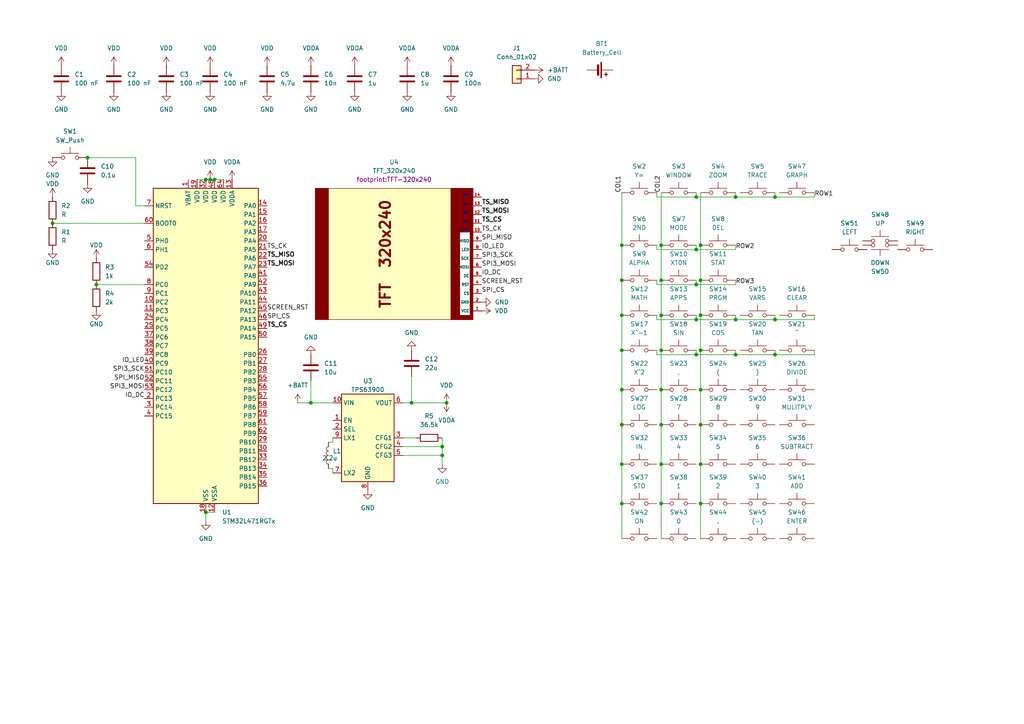
<source format=kicad_sch>
(kicad_sch (version 20231120) (generator "eeschema") (generator_version "8.0")
  (paper "A4")
  (lib_symbols
    (symbol "Connector_Generic:Conn_01x02" (pin_names (offset 1.016) hide)
      (property "Reference" "J" (at 0 2.54 0))
      (property "Value" "Conn_01x02" (at 0 -5.08 0))
      (symbol "Conn_01x02_1_1"
        (rectangle (start -1.27 -2.413) (end 0 -2.667) (stroke (width 0.1524)))
        (rectangle (start -1.27 0.127) (end 0 -0.127) (stroke (width 0.1524)))
        (rectangle (start -1.27 1.27) (end 1.27 -3.81) (stroke (width 0.254)) (fill (type background)))
        (pin passive line (at -5.08 0 0) (length 3.81) (name "Pin_1") (number "1"))
        (pin passive line (at -5.08 -2.54 0) (length 3.81) (name "Pin_2") (number "2"))
      )
    )
    (symbol "Device:Battery_Cell" (pin_numbers hide) (pin_names (offset 0) hide)
      (property "Reference" "BT" (at 2.54 2.54 0))
      (property "Value" "Battery_Cell" (at 2.54 0 0))
      (symbol "Battery_Cell_0_1"
        (rectangle (start -2.286 1.778) (end 2.286 1.524) (fill (type outline)))
        (rectangle (start -1.524 1.016) (end 1.524 0.508) (fill (type outline)))
        (polyline (pts (xy 0 0.762) (xy 0 0)))
        (polyline (pts (xy 0 1.778) (xy 0 2.54)))
        (polyline (pts (xy 0.762 3.048) (xy 1.778 3.048)) (stroke (width 0.254)))
        (polyline (pts (xy 1.27 3.556) (xy 1.27 2.54)) (stroke (width 0.254)))
      )
      (symbol "Battery_Cell_1_1"
        (pin passive line (at 0 5.08 270) (length 2.54) (name "+") (number "1"))
        (pin passive line (at 0 -2.54 90) (length 2.54) (name "-") (number "2"))
      )
    )
    (symbol "Device:C" (pin_numbers hide) (pin_names (offset 0.254))
      (property "Reference" "C" (at 0.635 2.54 0))
      (property "Value" "C" (at 0.635 -2.54 0))
      (symbol "C_0_1"
        (polyline (pts (xy -2.032 -0.762) (xy 2.032 -0.762)) (stroke (width 0.508)))
        (polyline (pts (xy -2.032 0.762) (xy 2.032 0.762)) (stroke (width 0.508)))
      )
      (symbol "C_1_1"
        (pin passive line (at 0 3.81 270) (length 2.794) (name "~") (number "1"))
        (pin passive line (at 0 -3.81 90) (length 2.794) (name "~") (number "2"))
      )
    )
    (symbol "Device:L" (pin_numbers hide) (pin_names (offset 1.016) hide)
      (property "Reference" "L" (at -1.27 0 90))
      (property "Value" "L" (at 1.905 0 90))
      (symbol "L_0_1"
        (arc (start 0 -2.54) (mid 0.6323 -1.905) (end 0 -1.27))
        (arc (start 0 -1.27) (mid 0.6323 -0.635) (end 0 0))
        (arc (start 0 0) (mid 0.6323 0.635) (end 0 1.27))
        (arc (start 0 1.27) (mid 0.6323 1.905) (end 0 2.54))
      )
      (symbol "L_1_1"
        (pin passive line (at 0 3.81 270) (length 1.27) (name "1") (number "1"))
        (pin passive line (at 0 -3.81 90) (length 1.27) (name "2") (number "2"))
      )
    )
    (symbol "Device:R" (pin_numbers hide) (pin_names (offset 0))
      (property "Reference" "R" (at 2.032 0 90))
      (property "Value" "R" (at 0 0 90))
      (symbol "R_0_1"
        (rectangle (start -1.016 -2.54) (end 1.016 2.54) (stroke (width 0.254)))
      )
      (symbol "R_1_1"
        (pin passive line (at 0 3.81 270) (length 1.27) (name "~") (number "1"))
        (pin passive line (at 0 -3.81 90) (length 1.27) (name "~") (number "2"))
      )
    )
    (symbol "MCU_ST_STM32L4:STM32L471RGTx"
      (property "Reference" "U" (at -15.24 46.99 0))
      (property "Value" "STM32L471RGTx" (at 10.16 46.99 0))
      (symbol "STM32L471RGTx_0_1"
        (rectangle (start -15.24 -45.72) (end 15.24 45.72) (stroke (width 0.254)) (fill (type background)))
      )
      (symbol "STM32L471RGTx_1_1"
        (pin power_in line (at -5.08 48.26 270) (length 2.54) (name "VBAT") (number "1"))
        (pin bidirectional line (at -17.78 12.7 0) (length 2.54) (name "PC2") (number "10"))
        (pin bidirectional line (at -17.78 10.16 0) (length 2.54) (name "PC3") (number "11"))
        (pin power_in line (at 2.54 -48.26 90) (length 2.54) (name "VSSA") (number "12"))
        (pin power_in line (at 7.62 48.26 270) (length 2.54) (name "VDDA") (number "13"))
        (pin bidirectional line (at 17.78 40.64 180) (length 2.54) (name "PA0") (number "14"))
        (pin bidirectional line (at 17.78 38.1 180) (length 2.54) (name "PA1") (number "15"))
        (pin bidirectional line (at 17.78 35.56 180) (length 2.54) (name "PA2") (number "16"))
        (pin bidirectional line (at 17.78 33.02 180) (length 2.54) (name "PA3") (number "17"))
        (pin power_in line (at 0 -48.26 90) (length 2.54) (name "VSS") (number "18"))
        (pin power_in line (at -2.54 48.26 270) (length 2.54) (name "VDD") (number "19"))
        (pin bidirectional line (at -17.78 -15.24 0) (length 2.54) (name "PC13") (number "2"))
        (pin bidirectional line (at 17.78 30.48 180) (length 2.54) (name "PA4") (number "20"))
        (pin bidirectional line (at 17.78 27.94 180) (length 2.54) (name "PA5") (number "21"))
        (pin bidirectional line (at 17.78 25.4 180) (length 2.54) (name "PA6") (number "22"))
        (pin bidirectional line (at 17.78 22.86 180) (length 2.54) (name "PA7") (number "23"))
        (pin bidirectional line (at -17.78 7.62 0) (length 2.54) (name "PC4") (number "24"))
        (pin bidirectional line (at -17.78 5.08 0) (length 2.54) (name "PC5") (number "25"))
        (pin bidirectional line (at 17.78 -2.54 180) (length 2.54) (name "PB0") (number "26"))
        (pin bidirectional line (at 17.78 -5.08 180) (length 2.54) (name "PB1") (number "27"))
        (pin bidirectional line (at 17.78 -7.62 180) (length 2.54) (name "PB2") (number "28"))
        (pin bidirectional line (at 17.78 -27.94 180) (length 2.54) (name "PB10") (number "29"))
        (pin bidirectional line (at -17.78 -17.78 0) (length 2.54) (name "PC14") (number "3"))
        (pin bidirectional line (at 17.78 -30.48 180) (length 2.54) (name "PB11") (number "30"))
        (pin passive line (at 0 -48.26 90) (length 2.54) hide (name "VSS") (number "31"))
        (pin power_in line (at 0 48.26 270) (length 2.54) (name "VDD") (number "32"))
        (pin bidirectional line (at 17.78 -33.02 180) (length 2.54) (name "PB12") (number "33"))
        (pin bidirectional line (at 17.78 -35.56 180) (length 2.54) (name "PB13") (number "34"))
        (pin bidirectional line (at 17.78 -38.1 180) (length 2.54) (name "PB14") (number "35"))
        (pin bidirectional line (at 17.78 -40.64 180) (length 2.54) (name "PB15") (number "36"))
        (pin bidirectional line (at -17.78 2.54 0) (length 2.54) (name "PC6") (number "37"))
        (pin bidirectional line (at -17.78 0 0) (length 2.54) (name "PC7") (number "38"))
        (pin bidirectional line (at -17.78 -2.54 0) (length 2.54) (name "PC8") (number "39"))
        (pin bidirectional line (at -17.78 -20.32 0) (length 2.54) (name "PC15") (number "4"))
        (pin bidirectional line (at -17.78 -5.08 0) (length 2.54) (name "PC9") (number "40"))
        (pin bidirectional line (at 17.78 20.32 180) (length 2.54) (name "PA8") (number "41"))
        (pin bidirectional line (at 17.78 17.78 180) (length 2.54) (name "PA9") (number "42"))
        (pin bidirectional line (at 17.78 15.24 180) (length 2.54) (name "PA10") (number "43"))
        (pin bidirectional line (at 17.78 12.7 180) (length 2.54) (name "PA11") (number "44"))
        (pin bidirectional line (at 17.78 10.16 180) (length 2.54) (name "PA12") (number "45"))
        (pin bidirectional line (at 17.78 7.62 180) (length 2.54) (name "PA13") (number "46"))
        (pin passive line (at 0 -48.26 90) (length 2.54) hide (name "VSS") (number "47"))
        (pin power_in line (at 2.54 48.26 270) (length 2.54) (name "VDD") (number "48"))
        (pin bidirectional line (at 17.78 5.08 180) (length 2.54) (name "PA14") (number "49"))
        (pin bidirectional line (at -17.78 30.48 0) (length 2.54) (name "PH0") (number "5"))
        (pin bidirectional line (at 17.78 2.54 180) (length 2.54) (name "PA15") (number "50"))
        (pin bidirectional line (at -17.78 -7.62 0) (length 2.54) (name "PC10") (number "51"))
        (pin bidirectional line (at -17.78 -10.16 0) (length 2.54) (name "PC11") (number "52"))
        (pin bidirectional line (at -17.78 -12.7 0) (length 2.54) (name "PC12") (number "53"))
        (pin bidirectional line (at -17.78 22.86 0) (length 2.54) (name "PD2") (number "54"))
        (pin bidirectional line (at 17.78 -10.16 180) (length 2.54) (name "PB3") (number "55"))
        (pin bidirectional line (at 17.78 -12.7 180) (length 2.54) (name "PB4") (number "56"))
        (pin bidirectional line (at 17.78 -15.24 180) (length 2.54) (name "PB5") (number "57"))
        (pin bidirectional line (at 17.78 -17.78 180) (length 2.54) (name "PB6") (number "58"))
        (pin bidirectional line (at 17.78 -20.32 180) (length 2.54) (name "PB7") (number "59"))
        (pin bidirectional line (at -17.78 27.94 0) (length 2.54) (name "PH1") (number "6"))
        (pin input line (at -17.78 35.56 0) (length 2.54) (name "BOOT0") (number "60"))
        (pin bidirectional line (at 17.78 -22.86 180) (length 2.54) (name "PB8") (number "61"))
        (pin bidirectional line (at 17.78 -25.4 180) (length 2.54) (name "PB9") (number "62"))
        (pin passive line (at 0 -48.26 90) (length 2.54) hide (name "VSS") (number "63"))
        (pin power_in line (at 5.08 48.26 270) (length 2.54) (name "VDD") (number "64"))
        (pin input line (at -17.78 40.64 0) (length 2.54) (name "NRST") (number "7"))
        (pin bidirectional line (at -17.78 17.78 0) (length 2.54) (name "PC0") (number "8"))
        (pin bidirectional line (at -17.78 15.24 0) (length 2.54) (name "PC1") (number "9"))
      )
    )
    (symbol "Regulator_Switching:TPS63900"
      (property "Reference" "U" (at -7.62 13.97 0))
      (property "Value" "TPS63900" (at 5.08 13.97 0))
      (symbol "TPS63900_0_1"
        (rectangle (start -7.62 12.7) (end 7.62 -12.7) (stroke (width 0.254)) (fill (type background)))
      )
      (symbol "TPS63900_1_1"
        (pin input line (at -10.16 5.08 0) (length 2.54) (name "EN") (number "1"))
        (pin power_in line (at -10.16 10.16 0) (length 2.54) (name "VIN") (number "10"))
        (pin passive line (at 0 -15.24 90) (length 2.54) hide (name "GND") (number "11"))
        (pin input line (at -10.16 2.54 0) (length 2.54) (name "SEL") (number "2"))
        (pin input line (at 10.16 0 180) (length 2.54) (name "CFG1") (number "3"))
        (pin input line (at 10.16 -2.54 180) (length 2.54) (name "CFG2") (number "4"))
        (pin input line (at 10.16 -5.08 180) (length 2.54) (name "CFG3") (number "5"))
        (pin power_out line (at 10.16 10.16 180) (length 2.54) (name "VOUT") (number "6"))
        (pin input line (at -10.16 -10.16 0) (length 2.54) (name "LX2") (number "7"))
        (pin power_in line (at 0 -15.24 90) (length 2.54) (name "GND") (number "8"))
        (pin input line (at -10.16 0 0) (length 2.54) (name "LX1") (number "9"))
      )
    )
    (symbol "Switch:SW_Push" (pin_numbers hide) (pin_names (offset 1.016) hide)
      (property "Reference" "SW" (at 1.27 2.54 0))
      (property "Value" "SW_Push" (at 0 -1.524 0))
      (symbol "SW_Push_0_1"
        (circle (center -2.032 0) (radius 0.508))
        (polyline (pts (xy 0 1.27) (xy 0 3.048)))
        (polyline (pts (xy 2.54 1.27) (xy -2.54 1.27)))
        (circle (center 2.032 0) (radius 0.508))
        (pin passive line (at -5.08 0 0) (length 2.54) (name "1") (number "1"))
        (pin passive line (at 5.08 0 180) (length 2.54) (name "2") (number "2"))
      )
    )
    (symbol "power:+BATT" (power) (pin_numbers hide) (pin_names (offset 0) hide)
      (property "Value" "+BATT" (at 0 3.556 0))
      (symbol "+BATT_0_1"
        (polyline (pts (xy -0.762 1.27) (xy 0 2.54)))
        (polyline (pts (xy 0 0) (xy 0 2.54)))
        (polyline (pts (xy 0 2.54) (xy 0.762 1.27)))
      )
      (symbol "+BATT_1_1"
        (pin power_in line (at 0 0 90) (length 0) (name "~") (number "1"))
      )
    )
    (symbol "power:GND" (power) (pin_numbers hide) (pin_names (offset 0) hide)
      (property "Value" "GND" (at 0 -3.81 0))
      (symbol "GND_0_1"
        (polyline (pts (xy 0 0) (xy 0 -1.27) (xy 1.27 -1.27) (xy 0 -2.54) (xy -1.27 -1.27) (xy 0 -1.27)))
      )
      (symbol "GND_1_1"
        (pin power_in line (at 0 0 270) (length 0) (name "~") (number "1"))
      )
    )
    (symbol "power:VDD" (power) (pin_numbers hide) (pin_names (offset 0) hide)
      (property "Value" "VDD" (at 0 3.556 0))
      (symbol "VDD_0_1"
        (polyline (pts (xy -0.762 1.27) (xy 0 2.54)))
        (polyline (pts (xy 0 0) (xy 0 2.54)))
        (polyline (pts (xy 0 2.54) (xy 0.762 1.27)))
      )
      (symbol "VDD_1_1"
        (pin power_in line (at 0 0 90) (length 0) (name "~") (number "1"))
      )
    )
    (symbol "power:VDDA" (power) (pin_numbers hide) (pin_names (offset 0) hide)
      (property "Value" "VDDA" (at 0 3.556 0))
      (symbol "VDDA_0_1"
        (polyline (pts (xy -0.762 1.27) (xy 0 2.54)))
        (polyline (pts (xy 0 0) (xy 0 2.54)))
        (polyline (pts (xy 0 2.54) (xy 0.762 1.27)))
      )
      (symbol "VDDA_1_1"
        (pin power_in line (at 0 0 90) (length 0) (name "~") (number "1"))
      )
    )
    (symbol "tft_320x240:TFT_320x240" (pin_names (offset 1.016))
      (property "Reference" "U?" (at 20.32 25.4001 0))
      (property "Value" "TFT_320x240" (at 20.32 22.8601 0))
      (property "Footprint" "z_Devices:TFT-320x240" (at 20.32 20.3201 0))
      (symbol "TFT_320x240_0_0"
        (text "TFT  320x240" (at 0 25.4 0) (effects (font (size 2.9972 2.9972) (bold yes))))
      )
      (symbol "TFT_320x240_0_1"
        (rectangle (start -19.05 0) (end 19.05 0.8382) (fill (type outline)))
        (rectangle (start -19.05 0) (end 19.05 6.35))
        (rectangle (start -19.05 6.35) (end 19.05 3.81) (fill (type outline)))
        (rectangle (start -19.05 6.35) (end 19.05 41.91) (fill (type background)))
        (rectangle (start -19.05 41.91) (end 19.05 45.72) (fill (type outline)))
        (rectangle (start -17.78 0) (end -19.05 3.81) (fill (type outline)))
        (rectangle (start 19.05 0) (end 6.35 3.81) (fill (type outline)))
      )
      (symbol "TFT_320x240_1_1"
        (pin power_in line (at -16.51 -2.54 90) (length 2.54) (name "VCC") (number "1"))
        (pin bidirectional line (at 6.35 -2.54 90) (length 2.54) (name "~") (number "10"))
        (pin bidirectional line (at 8.89 -2.54 90) (length 2.54) (name "~") (number "11"))
        (pin bidirectional line (at 11.43 -2.54 90) (length 2.54) (name "~") (number "12"))
        (pin bidirectional line (at 13.97 -2.54 90) (length 2.54) (name "~") (number "13"))
        (pin bidirectional line (at 16.51 -2.54 90) (length 2.54) (name "~") (number "14"))
        (pin bidirectional line (at -13.97 -2.54 90) (length 2.54) (name "GND") (number "2"))
        (pin bidirectional line (at -11.43 -2.54 90) (length 2.54) (name "CS") (number "3"))
        (pin bidirectional line (at -8.89 -2.54 90) (length 2.54) (name "RST") (number "4"))
        (pin bidirectional line (at -6.35 -2.54 90) (length 2.54) (name "DC") (number "5"))
        (pin bidirectional line (at -3.81 -2.54 90) (length 2.54) (name "MOSI") (number "6"))
        (pin bidirectional line (at -1.27 -2.54 90) (length 2.54) (name "SCK") (number "7"))
        (pin power_in line (at 1.27 -2.54 90) (length 2.54) (name "LED") (number "8"))
        (pin bidirectional line (at 3.81 -2.54 90) (length 2.54) (name "MISO") (number "9"))
      )
    )
  )
  (junction (at 203.2 113.03))
  (junction (at 201.93 82.55))
  (junction (at 59.69 148.59))
  (junction (at 201.93 72.39))
  (junction (at 191.77 81.28))
  (junction (at 213.36 57.15))
  (junction (at 128.27 129.54))
  (junction (at 119.38 116.84))
  (junction (at 213.36 102.87))
  (junction (at 180.34 91.44))
  (junction (at 27.94 82.55))
  (junction (at 180.34 81.28))
  (junction (at 62.23 52.07))
  (junction (at 224.79 102.87))
  (junction (at 180.34 101.6))
  (junction (at 180.34 71.12))
  (junction (at 203.2 134.62))
  (junction (at 201.93 92.71))
  (junction (at 203.2 101.6))
  (junction (at 203.2 146.05))
  (junction (at 180.34 123.19))
  (junction (at 191.77 123.19))
  (junction (at 203.2 81.28))
  (junction (at 129.54 116.84))
  (junction (at 90.17 116.84))
  (junction (at 180.34 134.62))
  (junction (at 213.36 92.71))
  (junction (at 191.77 146.05))
  (junction (at 128.27 132.08))
  (junction (at 15.24 64.77))
  (junction (at 224.79 92.71))
  (junction (at 191.77 113.03))
  (junction (at 180.34 113.03))
  (junction (at 25.4 45.72))
  (junction (at 203.2 71.12))
  (junction (at 191.77 91.44))
  (junction (at 201.93 57.15))
  (junction (at 191.77 134.62))
  (junction (at 191.77 101.6))
  (junction (at 59.69 52.07))
  (junction (at 224.79 57.15))
  (junction (at 203.2 123.19))
  (junction (at 203.2 91.44))
  (junction (at 60.96 52.07))
  (junction (at 201.93 102.87))
  (junction (at 180.34 146.05))
  (junction (at 191.77 71.12))
  (wire (pts (xy 201.93 71.12) (xy 201.93 72.39)))
  (wire (pts (xy 39.37 59.69) (xy 41.91 59.69)))
  (wire (pts (xy 191.77 134.62) (xy 191.77 146.05)))
  (wire (pts (xy 201.93 72.39) (xy 213.36 72.39)))
  (wire (pts (xy 236.22 57.15) (xy 236.22 55.88)))
  (wire (pts (xy 180.34 101.6) (xy 180.34 113.03)))
  (wire (pts (xy 236.22 92.71) (xy 236.22 91.44)))
  (wire (pts (xy 224.79 102.87) (xy 224.79 101.6)))
  (wire (pts (xy 59.69 52.07) (xy 60.96 52.07)))
  (wire (pts (xy 190.5 102.87) (xy 201.93 102.87)))
  (wire (pts (xy 201.93 57.15) (xy 213.36 57.15)))
  (wire (pts (xy 224.79 92.71) (xy 236.22 92.71)))
  (wire (pts (xy 90.17 116.84) (xy 96.52 116.84)))
  (wire (pts (xy 180.34 113.03) (xy 180.34 123.19)))
  (wire (pts (xy 191.77 55.88) (xy 191.77 71.12)))
  (wire (pts (xy 201.93 92.71) (xy 201.93 91.44)))
  (wire (pts (xy 203.2 123.19) (xy 203.2 134.62)))
  (wire (pts (xy 119.38 116.84) (xy 129.54 116.84)))
  (wire (pts (xy 201.93 102.87) (xy 201.93 101.6)))
  (wire (pts (xy 128.27 134.62) (xy 128.27 132.08)))
  (wire (pts (xy 191.77 101.6) (xy 191.77 113.03)))
  (wire (pts (xy 190.5 81.28) (xy 190.5 82.55)))
  (wire (pts (xy 191.77 113.03) (xy 191.77 123.19)))
  (wire (pts (xy 62.23 52.07) (xy 64.77 52.07)))
  (wire (pts (xy 59.69 151.13) (xy 59.69 148.59)))
  (wire (pts (xy 86.36 116.84) (xy 90.17 116.84)))
  (wire (pts (xy 180.34 81.28) (xy 180.34 91.44)))
  (wire (pts (xy 191.77 81.28) (xy 191.77 91.44)))
  (wire (pts (xy 213.36 57.15) (xy 213.36 55.88)))
  (wire (pts (xy 191.77 123.19) (xy 191.77 134.62)))
  (wire (pts (xy 95.25 135.89) (xy 96.52 135.89)))
  (wire (pts (xy 90.17 110.49) (xy 90.17 116.84)))
  (wire (pts (xy 213.36 102.87) (xy 224.79 102.87)))
  (wire (pts (xy 201.93 57.15) (xy 201.93 55.88)))
  (wire (pts (xy 128.27 132.08) (xy 128.27 129.54)))
  (wire (pts (xy 180.34 134.62) (xy 180.34 146.05)))
  (wire (pts (xy 213.36 72.39) (xy 213.36 71.12)))
  (wire (pts (xy 27.94 82.55) (xy 41.91 82.55)))
  (wire (pts (xy 213.36 57.15) (xy 224.79 57.15)))
  (wire (pts (xy 190.5 82.55) (xy 201.93 82.55)))
  (wire (pts (xy 224.79 92.71) (xy 224.79 91.44)))
  (wire (pts (xy 191.77 71.12) (xy 191.77 81.28)))
  (wire (pts (xy 224.79 102.87) (xy 236.22 102.87)))
  (wire (pts (xy 201.93 82.55) (xy 213.36 82.55)))
  (wire (pts (xy 180.34 55.88) (xy 180.34 71.12)))
  (wire (pts (xy 180.34 123.19) (xy 180.34 134.62)))
  (wire (pts (xy 116.84 129.54) (xy 128.27 129.54)))
  (wire (pts (xy 190.5 71.12) (xy 190.5 72.39)))
  (wire (pts (xy 15.24 64.77) (xy 41.91 64.77)))
  (wire (pts (xy 25.4 45.72) (xy 39.37 45.72)))
  (wire (pts (xy 96.52 135.89) (xy 96.52 137.16)))
  (wire (pts (xy 224.79 57.15) (xy 236.22 57.15)))
  (wire (pts (xy 190.5 101.6) (xy 190.5 102.87)))
  (wire (pts (xy 203.2 91.44) (xy 203.2 101.6)))
  (wire (pts (xy 96.52 128.27) (xy 96.52 127)))
  (wire (pts (xy 213.36 82.55) (xy 213.36 81.28)))
  (wire (pts (xy 180.34 146.05) (xy 180.34 156.21)))
  (wire (pts (xy 203.2 55.88) (xy 203.2 71.12)))
  (wire (pts (xy 190.5 92.71) (xy 201.93 92.71)))
  (wire (pts (xy 203.2 71.12) (xy 203.2 81.28)))
  (wire (pts (xy 203.2 146.05) (xy 203.2 156.21)))
  (wire (pts (xy 180.34 91.44) (xy 180.34 101.6)))
  (wire (pts (xy 120.65 127) (xy 116.84 127)))
  (wire (pts (xy 190.5 72.39) (xy 201.93 72.39)))
  (wire (pts (xy 201.93 92.71) (xy 213.36 92.71)))
  (wire (pts (xy 57.15 52.07) (xy 59.69 52.07)))
  (wire (pts (xy 95.25 128.27) (xy 96.52 128.27)))
  (wire (pts (xy 128.27 129.54) (xy 128.27 127)))
  (wire (pts (xy 191.77 146.05) (xy 191.77 156.21)))
  (wire (pts (xy 213.36 92.71) (xy 213.36 91.44)))
  (wire (pts (xy 203.2 113.03) (xy 203.2 123.19)))
  (wire (pts (xy 236.22 102.87) (xy 236.22 101.6)))
  (wire (pts (xy 180.34 71.12) (xy 180.34 81.28)))
  (wire (pts (xy 191.77 91.44) (xy 191.77 101.6)))
  (wire (pts (xy 190.5 91.44) (xy 190.5 92.71)))
  (wire (pts (xy 119.38 109.22) (xy 119.38 116.84)))
  (wire (pts (xy 190.5 57.15) (xy 201.93 57.15)))
  (wire (pts (xy 60.96 52.07) (xy 62.23 52.07)))
  (wire (pts (xy 203.2 134.62) (xy 203.2 146.05)))
  (wire (pts (xy 39.37 45.72) (xy 39.37 59.69)))
  (wire (pts (xy 59.69 148.59) (xy 62.23 148.59)))
  (wire (pts (xy 201.93 82.55) (xy 201.93 81.28)))
  (wire (pts (xy 190.5 55.88) (xy 190.5 57.15)))
  (wire (pts (xy 203.2 101.6) (xy 203.2 113.03)))
  (wire (pts (xy 213.36 92.71) (xy 224.79 92.71)))
  (wire (pts (xy 213.36 102.87) (xy 213.36 101.6)))
  (wire (pts (xy 224.79 57.15) (xy 224.79 55.88)))
  (wire (pts (xy 203.2 81.28) (xy 203.2 91.44)))
  (wire (pts (xy 116.84 116.84) (xy 119.38 116.84)))
  (wire (pts (xy 201.93 102.87) (xy 213.36 102.87)))
  (wire (pts (xy 116.84 132.08) (xy 128.27 132.08)))
  (text "T_IRQ\n" (at 134.874 56.642 0) (effects (font (size 0.508 0.508) (thickness 0.1016) (bold yes))))
  (text "T_DO" (at 134.874 59.436 0) (effects (font (size 0.508 0.508) (thickness 0.1016) (bold yes))))
  (text "T_DIN\n" (at 134.874 61.976 0) (effects (font (size 0.508 0.508) (thickness 0.1016) (bold yes))))
  (text "T_CLK" (at 134.874 66.802 0) (effects (font (size 0.508 0.508) (thickness 0.1016) (bold yes))))
  (text "T_CS\n" (at 134.874 64.516 0) (effects (font (size 0.508 0.508) (thickness 0.1016) (bold yes))))
  (label "SPI_MISO" (at 41.91 110.49 180))
  (label "TS_MOSI" (at 77.47 77.47 0) (effects (font (thickness 0.254) (bold yes))))
  (label "SPI3_SCK" (at 41.91 107.95 180))
  (label "SPI3_MOSI" (at 41.91 113.03 180))
  (label "TS_CS" (at 77.47 95.25 0) (effects (font (thickness 0.254) (bold yes))))
  (label "SPI_CS" (at 77.47 92.71 0))
  (label "SPI_CS" (at 139.7 85.09 0))
  (label "IO_LED" (at 139.7 72.39 0))
  (label "ROW2" (at 213.36 72.39 0))
  (label "TS_MISO" (at 77.47 74.93 0) (effects (font (thickness 0.254) (bold yes))))
  (label "SCREEN_RST" (at 77.47 90.17 0))
  (label "IO_DC" (at 139.7 80.01 0))
  (label "IO_DC" (at 41.91 115.57 180))
  (label "TS_CK" (at 77.47 72.39 0))
  (label "SPI3_SCK" (at 139.7 74.93 0))
  (label "TS_CK" (at 139.7 67.31 0))
  (label "SPI_MISO" (at 139.7 69.85 0))
  (label "TS_CS" (at 139.7 64.77 0) (effects (font (thickness 0.254) (bold yes))))
  (label "SCREEN_RST" (at 139.7 82.55 0))
  (label "SPI3_MOSI" (at 139.7 77.47 0))
  (label "TS_MOSI" (at 139.7 62.23 0) (effects (font (thickness 0.254) (bold yes))))
  (label "TS_MISO" (at 139.7 59.69 0) (effects (font (thickness 0.254) (bold yes))))
  (label "IO_LED" (at 41.91 105.41 180))
  (label "ROW1" (at 236.22 57.15 0))
  (label "COL1" (at 180.34 55.88 90))
  (label "COL2" (at 191.77 55.88 90))
  (label "ROW3" (at 213.36 82.55 0))
  (symbol (lib_id "Device:R") (at 15.24 68.58 0) (unit 1)
    (property "Reference" "R1" (at 17.78 67.3099 0) (effects (justify left)))
    (property "Value" "R" (at 17.78 69.8499 0) (effects (justify left)))
    (property "Description" "Resistor" (effects (hide yes)))
  )
  (symbol (lib_id "power:+BATT") (at 154.94 20.32 270) (unit 1)
    (property "Reference" "#PWR030" (effects (hide yes)))
    (property "Value" "+BATT" (at 158.75 20.3199 90) (effects (justify left)))
    (property "Description" "Power symbol creates a global label with name \"+BATT\"" (effects (hide yes)))
  )
  (symbol (lib_id "Switch:SW_Push") (at 231.14 156.21 0) (mirror y) (unit 1)
    (property "Reference" "SW46" (at 231.14 148.59 0))
    (property "Value" "ENTER" (at 231.14 151.13 0))
    (property "Description" "Push button switch, generic, two pins" (effects (hide yes)))
  )
  (symbol (lib_id "Device:C") (at 90.17 22.86 0) (unit 1)
    (property "Reference" "C6" (at 93.98 21.5899 0) (effects (justify left)))
    (property "Value" "10n" (at 93.98 24.1299 0) (effects (justify left)))
    (property "Footprint" "Capacitor_SMD:C_0603_1608Metric" (effects (hide yes)))
    (property "Description" "Unpolarized capacitor" (effects (hide yes)))
  )
  (symbol (lib_id "Switch:SW_Push") (at 185.42 123.19 0) (mirror y) (unit 1)
    (property "Reference" "SW27" (at 185.42 115.57 0))
    (property "Value" "LOG" (at 185.42 118.11 0))
    (property "Description" "Push button switch, generic, two pins" (effects (hide yes)))
  )
  (symbol (lib_id "Switch:SW_Push") (at 231.14 113.03 0) (mirror y) (unit 1)
    (property "Reference" "SW26" (at 231.14 105.41 0))
    (property "Value" "DIVIDE" (at 231.14 107.95 0))
    (property "Description" "Push button switch, generic, two pins" (effects (hide yes)))
  )
  (symbol (lib_id "power:VDD") (at 77.47 19.05 0) (unit 1)
    (property "Reference" "#PWR011" (effects (hide yes)))
    (property "Value" "VDD" (at 77.47 13.97 0))
    (property "Description" "Power symbol creates a global label with name \"VDD\"" (effects (hide yes)))
  )
  (symbol (lib_id "Switch:SW_Push") (at 196.85 101.6 0) (mirror y) (unit 1)
    (property "Reference" "SW18" (at 196.85 93.98 0))
    (property "Value" "SIN" (at 196.85 96.52 0))
    (property "Description" "Push button switch, generic, two pins" (effects (hide yes)))
  )
  (symbol (lib_id "Connector_Generic:Conn_01x02") (at 149.86 22.86 180) (unit 1)
    (property "Reference" "J1" (at 149.86 13.97 0))
    (property "Value" "Conn_01x02" (at 149.86 16.51 0))
    (property "Footprint" "Connector_JST:JST_PH_B2B-PH-K_1x02_P2.00mm_Vertical" (effects (hide yes)))
    (property "Description" "Generic connector, single row, 01x02, script generated (kicad-library-utils/schlib/autogen/connector/)" (effects (hide yes)))
  )
  (symbol (lib_id "Device:C") (at 102.87 22.86 0) (unit 1)
    (property "Reference" "C7" (at 106.68 21.5899 0) (effects (justify left)))
    (property "Value" "1u" (at 106.68 24.1299 0) (effects (justify left)))
    (property "Footprint" "Capacitor_SMD:C_0603_1608Metric" (effects (hide yes)))
    (property "Description" "Unpolarized capacitor" (effects (hide yes)))
  )
  (symbol (lib_id "power:GND") (at 33.02 26.67 0) (unit 1)
    (property "Reference" "#PWR03" (effects (hide yes)))
    (property "Value" "GND" (at 33.02 31.75 0))
    (property "Description" "Power symbol creates a global label with name \"GND\" , ground" (effects (hide yes)))
  )
  (symbol (lib_id "Switch:SW_Push") (at 208.28 91.44 0) (mirror y) (unit 1)
    (property "Reference" "SW14" (at 208.28 83.82 0))
    (property "Value" "PRGM" (at 208.28 86.36 0))
    (property "Description" "Push button switch, generic, two pins" (effects (hide yes)))
  )
  (symbol (lib_id "Device:C") (at 25.4 49.53 0) (unit 1)
    (property "Reference" "C10" (at 29.21 48.2599 0) (effects (justify left)))
    (property "Value" "0.1u" (at 29.21 50.7999 0) (effects (justify left)))
    (property "Footprint" "Capacitor_SMD:C_0603_1608Metric" (effects (hide yes)))
    (property "Description" "Unpolarized capacitor" (effects (hide yes)))
  )
  (symbol (lib_id "Switch:SW_Push") (at 185.42 55.88 0) (unit 1)
    (property "Reference" "SW2" (at 185.42 48.26 0))
    (property "Value" "Y=" (at 185.42 50.8 0))
    (property "Description" "Push button switch, generic, two pins" (effects (hide yes)))
  )
  (symbol (lib_id "Switch:SW_Push") (at 196.85 81.28 0) (mirror y) (unit 1)
    (property "Reference" "SW10" (at 196.85 73.66 0))
    (property "Value" "XT0N" (at 196.85 76.2 0))
    (property "Description" "Push button switch, generic, two pins" (effects (hide yes)))
  )
  (symbol (lib_id "power:GND") (at 17.78 26.67 0) (unit 1)
    (property "Reference" "#PWR02" (effects (hide yes)))
    (property "Value" "GND" (at 17.78 31.75 0))
    (property "Description" "Power symbol creates a global label with name \"GND\" , ground" (effects (hide yes)))
  )
  (symbol (lib_id "power:VDD") (at 48.26 19.05 0) (unit 1)
    (property "Reference" "#PWR013" (effects (hide yes)))
    (property "Value" "VDD" (at 48.26 13.97 0))
    (property "Description" "Power symbol creates a global label with name \"VDD\"" (effects (hide yes)))
  )
  (symbol (lib_id "Switch:SW_Push") (at 246.38 72.39 0) (mirror y) (unit 1)
    (property "Reference" "SW51" (at 246.38 64.77 0))
    (property "Value" "LEFT" (at 246.38 67.31 0))
    (property "Description" "Push button switch, generic, two pins" (effects (hide yes)))
  )
  (symbol (lib_id "power:VDDA") (at 118.11 19.05 0) (unit 1)
    (property "Reference" "#PWR019" (effects (hide yes)))
    (property "Value" "VDDA" (at 118.11 13.97 0))
    (property "Description" "Power symbol creates a global label with name \"VDDA\"" (effects (hide yes)))
  )
  (symbol (lib_id "Switch:SW_Push") (at 219.71 123.19 0) (mirror y) (unit 1)
    (property "Reference" "SW30" (at 219.71 115.57 0))
    (property "Value" "9" (at 219.71 118.11 0))
    (property "Description" "Push button switch, generic, two pins" (effects (hide yes)))
  )
  (symbol (lib_id "Switch:SW_Push") (at 208.28 71.12 0) (mirror y) (unit 1)
    (property "Reference" "SW8" (at 208.28 63.5 0))
    (property "Value" "DEL" (at 208.28 66.04 0))
    (property "Description" "Push button switch, generic, two pins" (effects (hide yes)))
  )
  (symbol (lib_id "Device:C") (at 48.26 22.86 0) (unit 1)
    (property "Reference" "C3" (at 52.07 21.5899 0) (effects (justify left)))
    (property "Value" "100 nF" (at 52.07 24.1299 0) (effects (justify left)))
    (property "Footprint" "Capacitor_SMD:C_0603_1608Metric" (effects (hide yes)))
    (property "Description" "Unpolarized capacitor" (effects (hide yes)))
  )
  (symbol (lib_id "Switch:SW_Push") (at 196.85 71.12 0) (mirror y) (unit 1)
    (property "Reference" "SW7" (at 196.85 63.5 0))
    (property "Value" "MODE" (at 196.85 66.04 0))
    (property "Description" "Push button switch, generic, two pins" (effects (hide yes)))
  )
  (symbol (lib_id "power:GND") (at 48.26 26.67 0) (unit 1)
    (property "Reference" "#PWR04" (effects (hide yes)))
    (property "Value" "GND" (at 48.26 31.75 0))
    (property "Description" "Power symbol creates a global label with name \"GND\" , ground" (effects (hide yes)))
  )
  (symbol (lib_id "Device:Battery_Cell") (at 172.72 20.32 270) (unit 1)
    (property "Reference" "BT1" (at 174.5615 12.7 90))
    (property "Value" "Battery_Cell" (at 174.5615 15.24 90))
    (property "Description" "Single-cell battery" (effects (hide yes)))
  )
  (symbol (lib_id "Switch:SW_Push") (at 231.14 134.62 0) (mirror y) (unit 1)
    (property "Reference" "SW36" (at 231.14 127 0))
    (property "Value" "SUBTRACT" (at 231.14 129.54 0))
    (property "Description" "Push button switch, generic, two pins" (effects (hide yes)))
  )
  (symbol (lib_id "Switch:SW_Push") (at 196.85 134.62 0) (mirror y) (unit 1)
    (property "Reference" "SW33" (at 196.85 127 0))
    (property "Value" "4" (at 196.85 129.54 0))
    (property "Description" "Push button switch, generic, two pins" (effects (hide yes)))
  )
  (symbol (lib_id "Switch:SW_Push") (at 208.28 146.05 0) (mirror y) (unit 1)
    (property "Reference" "SW39" (at 208.28 138.43 0))
    (property "Value" "2" (at 208.28 140.97 0))
    (property "Description" "Push button switch, generic, two pins" (effects (hide yes)))
  )
  (symbol (lib_id "Switch:SW_Push") (at 231.14 123.19 0) (mirror y) (unit 1)
    (property "Reference" "SW31" (at 231.14 115.57 0))
    (property "Value" "MULITPLY" (at 231.14 118.11 0))
    (property "Description" "Push button switch, generic, two pins" (effects (hide yes)))
  )
  (symbol (lib_id "Device:R") (at 27.94 78.74 0) (unit 1)
    (property "Reference" "R3" (at 30.48 77.4699 0) (effects (justify left)))
    (property "Value" "1k" (at 30.48 80.0099 0) (effects (justify left)))
    (property "Description" "Resistor" (effects (hide yes)))
  )
  (symbol (lib_id "Switch:SW_Push") (at 231.14 91.44 0) (mirror y) (unit 1)
    (property "Reference" "SW16" (at 231.14 83.82 0))
    (property "Value" "CLEAR" (at 231.14 86.36 0))
    (property "Description" "Push button switch, generic, two pins" (effects (hide yes)))
  )
  (symbol (lib_id "power:VDD") (at 17.78 19.05 0) (unit 1)
    (property "Reference" "#PWR015" (effects (hide yes)))
    (property "Value" "VDD" (at 17.78 13.97 0))
    (property "Description" "Power symbol creates a global label with name \"VDD\"" (effects (hide yes)))
  )
  (symbol (lib_id "power:GND") (at 90.17 26.67 0) (unit 1)
    (property "Reference" "#PWR07" (effects (hide yes)))
    (property "Value" "GND" (at 90.17 31.75 0))
    (property "Description" "Power symbol creates a global label with name \"GND\" , ground" (effects (hide yes)))
  )
  (symbol (lib_id "power:GND") (at 119.38 101.6 180) (unit 1)
    (property "Reference" "#PWR035" (effects (hide yes)))
    (property "Value" "GND" (at 119.38 96.52 0))
    (property "Description" "Power symbol creates a global label with name \"GND\" , ground" (effects (hide yes)))
  )
  (symbol (lib_id "power:VDDA") (at 67.31 52.07 0) (unit 1)
    (property "Reference" "#PWR021" (effects (hide yes)))
    (property "Value" "VDDA" (at 67.31 46.99 0))
    (property "Description" "Power symbol creates a global label with name \"VDDA\"" (effects (hide yes)))
  )
  (symbol (lib_id "Switch:SW_Push") (at 196.85 113.03 0) (mirror y) (unit 1)
    (property "Reference" "SW23" (at 196.85 105.41 0))
    (property "Value" "," (at 196.85 107.95 0))
    (property "Description" "Push button switch, generic, two pins" (effects (hide yes)))
  )
  (symbol (lib_id "Switch:SW_Push") (at 219.71 134.62 0) (mirror y) (unit 1)
    (property "Reference" "SW35" (at 219.71 127 0))
    (property "Value" "6" (at 219.71 129.54 0))
    (property "Description" "Push button switch, generic, two pins" (effects (hide yes)))
  )
  (symbol (lib_id "Switch:SW_Push") (at 265.43 72.39 0) (mirror y) (unit 1)
    (property "Reference" "SW49" (at 265.43 64.77 0))
    (property "Value" "RIGHT" (at 265.43 67.31 0))
    (property "Description" "Push button switch, generic, two pins" (effects (hide yes)))
  )
  (symbol (lib_id "Switch:SW_Push") (at 208.28 55.88 0) (mirror y) (unit 1)
    (property "Reference" "SW4" (at 208.28 48.26 0))
    (property "Value" "ZOOM" (at 208.28 50.8 0))
    (property "Description" "Push button switch, generic, two pins" (effects (hide yes)))
  )
  (symbol (lib_id "Switch:SW_Push") (at 208.28 123.19 0) (mirror y) (unit 1)
    (property "Reference" "SW29" (at 208.28 115.57 0))
    (property "Value" "8" (at 208.28 118.11 0))
    (property "Description" "Push button switch, generic, two pins" (effects (hide yes)))
  )
  (symbol (lib_id "power:GND") (at 130.81 26.67 0) (unit 1)
    (property "Reference" "#PWR010" (effects (hide yes)))
    (property "Value" "GND" (at 130.81 31.75 0))
    (property "Description" "Power symbol creates a global label with name \"GND\" , ground" (effects (hide yes)))
  )
  (symbol (lib_id "Switch:SW_Push") (at 208.28 81.28 0) (mirror y) (unit 1)
    (property "Reference" "SW11" (at 208.28 73.66 0))
    (property "Value" "STAT" (at 208.28 76.2 0))
    (property "Description" "Push button switch, generic, two pins" (effects (hide yes)))
  )
  (symbol (lib_id "Switch:SW_Push") (at 196.85 146.05 0) (mirror y) (unit 1)
    (property "Reference" "SW38" (at 196.85 138.43 0))
    (property "Value" "1" (at 196.85 140.97 0))
    (property "Description" "Push button switch, generic, two pins" (effects (hide yes)))
  )
  (symbol (lib_id "power:GND") (at 15.24 72.39 0) (unit 1)
    (property "Reference" "#PWR024" (effects (hide yes)))
    (property "Value" "GND" (at 15.24 76.2 0))
    (property "Description" "Power symbol creates a global label with name \"GND\" , ground" (effects (hide yes)))
  )
  (symbol (lib_id "Switch:SW_Push") (at 231.14 55.88 0) (mirror y) (unit 1)
    (property "Reference" "SW47" (at 231.14 48.26 0))
    (property "Value" "GRAPH" (at 231.14 50.8 0))
    (property "Description" "Push button switch, generic, two pins" (effects (hide yes)))
  )
  (symbol (lib_id "power:GND") (at 77.47 26.67 0) (unit 1)
    (property "Reference" "#PWR06" (effects (hide yes)))
    (property "Value" "GND" (at 77.47 31.75 0))
    (property "Description" "Power symbol creates a global label with name \"GND\" , ground" (effects (hide yes)))
  )
  (symbol (lib_id "Switch:SW_Push") (at 185.42 81.28 0) (mirror y) (unit 1)
    (property "Reference" "SW9" (at 185.42 73.66 0))
    (property "Value" "ALPHA" (at 185.42 76.2 0))
    (property "Description" "Push button switch, generic, two pins" (effects (hide yes)))
  )
  (symbol (lib_id "power:GND") (at 154.94 22.86 90) (unit 1)
    (property "Reference" "#PWR031" (effects (hide yes)))
    (property "Value" "GND" (at 158.75 22.8599 90) (effects (justify right)))
    (property "Description" "Power symbol creates a global label with name \"GND\" , ground" (effects (hide yes)))
  )
  (symbol (lib_id "Switch:SW_Push") (at 255.27 69.85 0) (mirror y) (unit 1)
    (property "Reference" "SW48" (at 255.27 62.23 0))
    (property "Value" "UP" (at 255.27 64.77 0))
    (property "Description" "Push button switch, generic, two pins" (effects (hide yes)))
  )
  (symbol (lib_id "Device:L") (at 95.25 132.08 180) (unit 1)
    (property "Reference" "L1" (at 96.52 130.8099 0) (effects (justify right)))
    (property "Value" "2.2u" (at 93.472 132.842 0) (effects (justify right)))
    (property "Description" "Inductor" (effects (hide yes)))
  )
  (symbol (lib_id "Switch:SW_Push") (at 219.71 113.03 0) (mirror y) (unit 1)
    (property "Reference" "SW25" (at 219.71 105.41 0))
    (property "Value" ")" (at 219.71 107.95 0))
    (property "Description" "Push button switch, generic, two pins" (effects (hide yes)))
  )
  (symbol (lib_id "Switch:SW_Push") (at 208.28 113.03 0) (mirror y) (unit 1)
    (property "Reference" "SW24" (at 208.28 105.41 0))
    (property "Value" "(" (at 208.28 107.95 0))
    (property "Description" "Push button switch, generic, two pins" (effects (hide yes)))
  )
  (symbol (lib_id "Switch:SW_Push") (at 185.42 156.21 0) (mirror y) (unit 1)
    (property "Reference" "SW42" (at 185.42 148.59 0))
    (property "Value" "ON" (at 185.42 151.13 0))
    (property "Description" "Push button switch, generic, two pins" (effects (hide yes)))
  )
  (symbol (lib_id "Switch:SW_Push") (at 208.28 101.6 0) (mirror y) (unit 1)
    (property "Reference" "SW19" (at 208.28 93.98 0))
    (property "Value" "COS" (at 208.28 96.52 0))
    (property "Description" "Push button switch, generic, two pins" (effects (hide yes)))
  )
  (symbol (lib_id "Switch:SW_Push") (at 20.32 45.72 0) (unit 1)
    (property "Reference" "SW1" (at 20.32 38.1 0))
    (property "Value" "SW_Push" (at 20.32 40.64 0))
    (property "Footprint" "footprint:SW4_1825910-B_TEC" (effects (hide yes)))
    (property "Description" "Push button switch, generic, two pins" (effects (hide yes)))
  )
  (symbol (lib_id "power:GND") (at 128.27 134.62 0) (unit 1)
    (property "Reference" "#PWR037" (effects (hide yes)))
    (property "Value" "GND" (at 128.27 139.7 0))
    (property "Description" "Power symbol creates a global label with name \"GND\" , ground" (effects (hide yes)))
  )
  (symbol (lib_id "Switch:SW_Push") (at 185.42 91.44 0) (mirror y) (unit 1)
    (property "Reference" "SW12" (at 185.42 83.82 0))
    (property "Value" "MATH" (at 185.42 86.36 0))
    (property "Description" "Push button switch, generic, two pins" (effects (hide yes)))
  )
  (symbol (lib_id "power:VDD") (at 129.54 116.84 0) (unit 1)
    (property "Reference" "#PWR034" (effects (hide yes)))
    (property "Value" "VDD" (at 129.54 111.76 0))
    (property "Description" "Power symbol creates a global label with name \"VDD\"" (effects (hide yes)))
  )
  (symbol (lib_id "Device:C") (at 119.38 105.41 0) (unit 1)
    (property "Reference" "C12" (at 123.19 104.1399 0) (effects (justify left)))
    (property "Value" "22u" (at 123.19 106.6799 0) (effects (justify left)))
    (property "Footprint" "Capacitor_SMD:C_1206_3216Metric" (effects (hide yes)))
    (property "Description" "Unpolarized capacitor" (effects (hide yes)))
  )
  (symbol (lib_id "Switch:SW_Push") (at 231.14 146.05 0) (mirror y) (unit 1)
    (property "Reference" "SW41" (at 231.14 138.43 0))
    (property "Value" "ADD" (at 231.14 140.97 0))
    (property "Description" "Push button switch, generic, two pins" (effects (hide yes)))
  )
  (symbol (lib_id "power:VDD") (at 15.24 57.15 0) (unit 1)
    (property "Reference" "#PWR025" (effects (hide yes)))
    (property "Value" "VDD" (at 15.24 53.34 0))
    (property "Description" "Power symbol creates a global label with name \"VDD\"" (effects (hide yes)))
  )
  (symbol (lib_id "Device:R") (at 27.94 86.36 0) (unit 1)
    (property "Reference" "R4" (at 30.48 85.0899 0) (effects (justify left)))
    (property "Value" "2k" (at 30.48 87.6299 0) (effects (justify left)))
    (property "Description" "Resistor" (effects (hide yes)))
  )
  (symbol (lib_id "Device:R") (at 124.46 127 90) (unit 1)
    (property "Reference" "R5" (at 124.46 120.65 90))
    (property "Value" "36.5k" (at 124.46 123.19 90))
    (property "Description" "Resistor" (effects (hide yes)))
  )
  (symbol (lib_id "Device:C") (at 33.02 22.86 0) (unit 1)
    (property "Reference" "C2" (at 36.83 21.5899 0) (effects (justify left)))
    (property "Value" "100 nF" (at 36.83 24.1299 0) (effects (justify left)))
    (property "Footprint" "Capacitor_SMD:C_0603_1608Metric" (effects (hide yes)))
    (property "Description" "Unpolarized capacitor" (effects (hide yes)))
  )
  (symbol (lib_id "Switch:SW_Push") (at 219.71 55.88 0) (mirror y) (unit 1)
    (property "Reference" "SW5" (at 219.71 48.26 0))
    (property "Value" "TRACE" (at 219.71 50.8 0))
    (property "Description" "Push button switch, generic, two pins" (effects (hide yes)))
  )
  (symbol (lib_id "power:GND") (at 102.87 26.67 0) (unit 1)
    (property "Reference" "#PWR08" (effects (hide yes)))
    (property "Value" "GND" (at 102.87 31.75 0))
    (property "Description" "Power symbol creates a global label with name \"GND\" , ground" (effects (hide yes)))
  )
  (symbol (lib_id "power:VDD") (at 60.96 19.05 0) (unit 1)
    (property "Reference" "#PWR012" (effects (hide yes)))
    (property "Value" "VDD" (at 60.96 13.97 0))
    (property "Description" "Power symbol creates a global label with name \"VDD\"" (effects (hide yes)))
  )
  (symbol (lib_id "power:VDD") (at 60.96 52.07 0) (unit 1)
    (property "Reference" "#PWR016" (effects (hide yes)))
    (property "Value" "VDD" (at 60.96 46.99 0))
    (property "Description" "Power symbol creates a global label with name \"VDD\"" (effects (hide yes)))
  )
  (symbol (lib_id "Device:R") (at 15.24 60.96 0) (unit 1)
    (property "Reference" "R2" (at 17.78 59.6899 0) (effects (justify left)))
    (property "Value" "R" (at 17.78 62.2299 0) (effects (justify left)))
    (property "Description" "Resistor" (effects (hide yes)))
  )
  (symbol (lib_id "power:GND") (at 25.4 53.34 0) (unit 1)
    (property "Reference" "#PWR023" (effects (hide yes)))
    (property "Value" "GND" (at 25.4 58.42 0))
    (property "Description" "Power symbol creates a global label with name \"GND\" , ground" (effects (hide yes)))
  )
  (symbol (lib_id "Switch:SW_Push") (at 219.71 91.44 0) (mirror y) (unit 1)
    (property "Reference" "SW15" (at 219.71 83.82 0))
    (property "Value" "VARS" (at 219.71 86.36 0))
    (property "Description" "Push button switch, generic, two pins" (effects (hide yes)))
  )
  (symbol (lib_id "power:VDD") (at 33.02 19.05 0) (unit 1)
    (property "Reference" "#PWR014" (effects (hide yes)))
    (property "Value" "VDD" (at 33.02 13.97 0))
    (property "Description" "Power symbol creates a global label with name \"VDD\"" (effects (hide yes)))
  )
  (symbol (lib_id "Device:C") (at 130.81 22.86 0) (unit 1)
    (property "Reference" "C9" (at 134.62 21.5899 0) (effects (justify left)))
    (property "Value" "100n" (at 134.62 24.1299 0) (effects (justify left)))
    (property "Footprint" "Capacitor_SMD:C_0603_1608Metric" (effects (hide yes)))
    (property "Description" "Unpolarized capacitor" (effects (hide yes)))
  )
  (symbol (lib_id "power:GND") (at 15.24 45.72 0) (unit 1)
    (property "Reference" "#PWR022" (effects (hide yes)))
    (property "Value" "GND" (at 15.24 50.8 0))
    (property "Description" "Power symbol creates a global label with name \"GND\" , ground" (effects (hide yes)))
  )
  (symbol (lib_id "power:VDDA") (at 90.17 19.05 0) (unit 1)
    (property "Reference" "#PWR017" (effects (hide yes)))
    (property "Value" "VDDA" (at 90.17 13.97 0))
    (property "Description" "Power symbol creates a global label with name \"VDDA\"" (effects (hide yes)))
  )
  (symbol (lib_id "Device:C") (at 17.78 22.86 0) (unit 1)
    (property "Reference" "C1" (at 21.59 21.5899 0) (effects (justify left)))
    (property "Value" "100 nF" (at 21.59 24.1299 0) (effects (justify left)))
    (property "Footprint" "Capacitor_SMD:C_0603_1608Metric" (effects (hide yes)))
    (property "Description" "Unpolarized capacitor" (effects (hide yes)))
  )
  (symbol (lib_id "Switch:SW_Push") (at 185.42 134.62 0) (mirror y) (unit 1)
    (property "Reference" "SW32" (at 185.42 127 0))
    (property "Value" "IN" (at 185.42 129.54 0))
    (property "Description" "Push button switch, generic, two pins" (effects (hide yes)))
  )
  (symbol (lib_id "Switch:SW_Push") (at 185.42 146.05 0) (mirror y) (unit 1)
    (property "Reference" "SW37" (at 185.42 138.43 0))
    (property "Value" "STO" (at 185.42 140.97 0))
    (property "Description" "Push button switch, generic, two pins" (effects (hide yes)))
  )
  (symbol (lib_id "MCU_ST_STM32L4:STM32L471RGTx") (at 59.69 100.33 0) (unit 1)
    (property "Reference" "U1" (at 64.4241 148.59 0) (effects (justify left)))
    (property "Value" "STM32L471RGTx" (at 64.4241 151.13 0) (effects (justify left)))
    (property "Footprint" "Package_QFP:LQFP-64_10x10mm_P0.5mm" (effects (hide yes)))
    (property "Datasheet" "https://www.st.com/resource/en/datasheet/stm32l471rg.pdf" (effects (hide yes)))
    (property "Description" "STMicroelectronics Arm Cortex-M4 MCU, 1024KB flash, 128KB RAM, 80 MHz, 1.71-3.6V, 51 GPIO, LQFP64" (effects (hide yes)))
  )
  (symbol (lib_id "Switch:SW_Push") (at 196.85 156.21 0) (mirror y) (unit 1)
    (property "Reference" "SW43" (at 196.85 148.59 0))
    (property "Value" "0" (at 196.85 151.13 0))
    (property "Description" "Push button switch, generic, two pins" (effects (hide yes)))
  )
  (symbol (lib_id "tft_320x240:TFT_320x240") (at 137.16 73.66 90) (unit 1)
    (property "Reference" "U4" (at 114.3 46.99 90))
    (property "Value" "TFT_320x240" (at 114.3 49.53 90))
    (property "Footprint" "footprint:TFT-320x240" (at 114.3 52.07 90))
  )
  (symbol (lib_id "Switch:SW_Push") (at 208.28 134.62 0) (mirror y) (unit 1)
    (property "Reference" "SW34" (at 208.28 127 0))
    (property "Value" "5" (at 208.28 129.54 0))
    (property "Description" "Push button switch, generic, two pins" (effects (hide yes)))
  )
  (symbol (lib_id "power:VDD") (at 139.7 90.17 270) (unit 1)
    (property "Reference" "#PWR040" (effects (hide yes)))
    (property "Value" "VDD" (at 143.51 90.1699 90) (effects (justify left)))
    (property "Description" "Power symbol creates a global label with name \"VDD\"" (effects (hide yes)))
  )
  (symbol (lib_id "power:GND") (at 118.11 26.67 0) (unit 1)
    (property "Reference" "#PWR09" (effects (hide yes)))
    (property "Value" "GND" (at 118.11 31.75 0))
    (property "Description" "Power symbol creates a global label with name \"GND\" , ground" (effects (hide yes)))
  )
  (symbol (lib_id "Switch:SW_Push") (at 219.71 156.21 0) (mirror y) (unit 1)
    (property "Reference" "SW45" (at 219.71 148.59 0))
    (property "Value" "(-)" (at 219.71 151.13 0))
    (property "Description" "Push button switch, generic, two pins" (effects (hide yes)))
  )
  (symbol (lib_id "Switch:SW_Push") (at 196.85 55.88 0) (mirror y) (unit 1)
    (property "Reference" "SW3" (at 196.85 48.26 0))
    (property "Value" "WINDOW" (at 196.85 50.8 0))
    (property "Description" "Push button switch, generic, two pins" (effects (hide yes)))
  )
  (symbol (lib_id "Switch:SW_Push") (at 196.85 91.44 0) (mirror y) (unit 1)
    (property "Reference" "SW13" (at 196.85 83.82 0))
    (property "Value" "APPS" (at 196.85 86.36 0))
    (property "Description" "Push button switch, generic, two pins" (effects (hide yes)))
  )
  (symbol (lib_id "Device:C") (at 118.11 22.86 0) (unit 1)
    (property "Reference" "C8" (at 121.92 21.5899 0) (effects (justify left)))
    (property "Value" "1u" (at 121.92 24.1299 0) (effects (justify left)))
    (property "Footprint" "Capacitor_SMD:C_0603_1608Metric" (effects (hide yes)))
    (property "Description" "Unpolarized capacitor" (effects (hide yes)))
  )
  (symbol (lib_id "power:GND") (at 106.68 142.24 0) (unit 1)
    (property "Reference" "#PWR033" (effects (hide yes)))
    (property "Value" "GND" (at 106.68 147.32 0))
    (property "Description" "Power symbol creates a global label with name \"GND\" , ground" (effects (hide yes)))
  )
  (symbol (lib_id "power:VDD") (at 27.94 74.93 0) (unit 1)
    (property "Reference" "#PWR028" (effects (hide yes)))
    (property "Value" "VDD" (at 27.94 71.12 0))
    (property "Description" "Power symbol creates a global label with name \"VDD\"" (effects (hide yes)))
  )
  (symbol (lib_id "power:GND") (at 27.94 90.17 0) (unit 1)
    (property "Reference" "#PWR029" (effects (hide yes)))
    (property "Value" "GND" (at 27.94 93.98 0))
    (property "Description" "Power symbol creates a global label with name \"GND\" , ground" (effects (hide yes)))
  )
  (symbol (lib_id "power:VDDA") (at 129.54 116.84 180) (unit 1)
    (property "Reference" "#PWR038" (effects (hide yes)))
    (property "Value" "VDDA" (at 129.54 121.92 0))
    (property "Description" "Power symbol creates a global label with name \"VDDA\"" (effects (hide yes)))
  )
  (symbol (lib_id "Switch:SW_Push") (at 231.14 101.6 0) (mirror y) (unit 1)
    (property "Reference" "SW21" (at 231.14 93.98 0))
    (property "Value" "^" (at 231.14 96.52 0))
    (property "Description" "Push button switch, generic, two pins" (effects (hide yes)))
  )
  (symbol (lib_id "power:GND") (at 60.96 26.67 0) (unit 1)
    (property "Reference" "#PWR05" (effects (hide yes)))
    (property "Value" "GND" (at 60.96 31.75 0))
    (property "Description" "Power symbol creates a global label with name \"GND\" , ground" (effects (hide yes)))
  )
  (symbol (lib_id "Switch:SW_Push") (at 196.85 123.19 0) (mirror y) (unit 1)
    (property "Reference" "SW28" (at 196.85 115.57 0))
    (property "Value" "7" (at 196.85 118.11 0))
    (property "Description" "Push button switch, generic, two pins" (effects (hide yes)))
  )
  (symbol (lib_id "Device:C") (at 77.47 22.86 0) (unit 1)
    (property "Reference" "C5" (at 81.28 21.5899 0) (effects (justify left)))
    (property "Value" "4.7u" (at 81.28 24.1299 0) (effects (justify left)))
    (property "Footprint" "Capacitor_SMD:C_0603_1608Metric" (effects (hide yes)))
    (property "Description" "Unpolarized capacitor" (effects (hide yes)))
  )
  (symbol (lib_id "Switch:SW_Push") (at 219.71 146.05 0) (mirror y) (unit 1)
    (property "Reference" "SW40" (at 219.71 138.43 0))
    (property "Value" "3" (at 219.71 140.97 0))
    (property "Description" "Push button switch, generic, two pins" (effects (hide yes)))
  )
  (symbol (lib_id "Switch:SW_Push") (at 208.28 156.21 0) (mirror y) (unit 1)
    (property "Reference" "SW44" (at 208.28 148.59 0))
    (property "Value" "." (at 208.28 151.13 0))
    (property "Description" "Push button switch, generic, two pins" (effects (hide yes)))
  )
  (symbol (lib_id "power:GND") (at 139.7 87.63 90) (unit 1)
    (property "Reference" "#PWR039" (effects (hide yes)))
    (property "Value" "GND" (at 143.51 87.6299 90) (effects (justify right)))
    (property "Description" "Power symbol creates a global label with name \"GND\" , ground" (effects (hide yes)))
  )
  (symbol (lib_id "Device:C") (at 90.17 106.68 0) (unit 1)
    (property "Reference" "C11" (at 93.98 105.4099 0) (effects (justify left)))
    (property "Value" "10u" (at 93.98 107.9499 0) (effects (justify left)))
    (property "Footprint" "Capacitor_SMD:C_0805_2012Metric" (effects (hide yes)))
    (property "Description" "Unpolarized capacitor" (effects (hide yes)))
  )
  (symbol (lib_id "power:VDDA") (at 130.81 19.05 0) (unit 1)
    (property "Reference" "#PWR020" (effects (hide yes)))
    (property "Value" "VDDA" (at 130.81 13.97 0))
    (property "Description" "Power symbol creates a global label with name \"VDDA\"" (effects (hide yes)))
  )
  (symbol (lib_id "Switch:SW_Push") (at 219.71 101.6 0) (mirror y) (unit 1)
    (property "Reference" "SW20" (at 219.71 93.98 0))
    (property "Value" "TAN" (at 219.71 96.52 0))
    (property "Description" "Push button switch, generic, two pins" (effects (hide yes)))
  )
  (symbol (lib_id "Switch:SW_Push") (at 255.27 71.12 0) (mirror x) (unit 1)
    (property "Reference" "SW50" (at 255.27 78.74 0))
    (property "Value" "DOWN" (at 255.27 76.2 0))
    (property "Description" "Push button switch, generic, two pins" (effects (hide yes)))
  )
  (symbol (lib_id "Switch:SW_Push") (at 185.42 101.6 0) (mirror y) (unit 1)
    (property "Reference" "SW17" (at 185.42 93.98 0))
    (property "Value" "X^-1" (at 185.42 96.52 0))
    (property "Description" "Push button switch, generic, two pins" (effects (hide yes)))
  )
  (symbol (lib_id "power:+BATT") (at 86.36 116.84 0) (unit 1)
    (property "Reference" "#PWR032" (effects (hide yes)))
    (property "Value" "+BATT" (at 86.36 111.76 0))
    (property "Description" "Power symbol creates a global label with name \"+BATT\"" (effects (hide yes)))
  )
  (symbol (lib_id "Regulator_Switching:TPS63900") (at 106.68 127 0) (unit 1)
    (property "Reference" "U3" (at 106.68 110.49 0))
    (property "Value" "TPS63900" (at 106.68 113.03 0))
    (property "Footprint" "Package_SON:WSON-10-1EP_2.5x2.5mm_P0.5mm_EP1.2x2mm_ThermalVias" (effects (hide yes)))
    (property "Datasheet" "https://www.ti.com/lit/ds/symlink/tps63900.pdf" (effects (hide yes)))
    (property "Description" "Buck-Boost Converter, 1.8-5.5V Input Voltage, 0.4A Switch Current, Adjustable 1.8-5V Output Voltage, WSON-10" (effects (hide yes)))
  )
  (symbol (lib_id "power:VDDA") (at 102.87 19.05 0) (unit 1)
    (property "Reference" "#PWR018" (effects (hide yes)))
    (property "Value" "VDDA" (at 102.87 13.97 0))
    (property "Description" "Power symbol creates a global label with name \"VDDA\"" (effects (hide yes)))
  )
  (symbol (lib_id "Switch:SW_Push") (at 185.42 113.03 0) (mirror y) (unit 1)
    (property "Reference" "SW22" (at 185.42 105.41 0))
    (property "Value" "X^2" (at 185.42 107.95 0))
    (property "Description" "Push button switch, generic, two pins" (effects (hide yes)))
  )
  (symbol (lib_id "power:GND") (at 90.17 102.87 180) (unit 1)
    (property "Reference" "#PWR036" (effects (hide yes)))
    (property "Value" "GND" (at 90.17 97.79 0))
    (property "Description" "Power symbol creates a global label with name \"GND\" , ground" (effects (hide yes)))
  )
  (symbol (lib_id "Switch:SW_Push") (at 185.42 71.12 0) (mirror y) (unit 1)
    (property "Reference" "SW6" (at 185.42 63.5 0))
    (property "Value" "2ND" (at 185.42 66.04 0))
    (property "Description" "Push button switch, generic, two pins" (effects (hide yes)))
  )
  (symbol (lib_id "power:GND") (at 59.69 151.13 0) (unit 1)
    (property "Reference" "#PWR01" (effects (hide yes)))
    (property "Value" "GND" (at 59.69 156.21 0))
    (property "Description" "Power symbol creates a global label with name \"GND\" , ground" (effects (hide yes)))
  )
  (symbol (lib_id "Device:C") (at 60.96 22.86 0) (unit 1)
    (property "Reference" "C4" (at 64.77 21.5899 0) (effects (justify left)))
    (property "Value" "100 nF" (at 64.77 24.1299 0) (effects (justify left)))
    (property "Footprint" "Capacitor_SMD:C_0603_1608Metric" (effects (hide yes)))
    (property "Description" "Unpolarized capacitor" (effects (hide yes)))
  )
)
</source>
